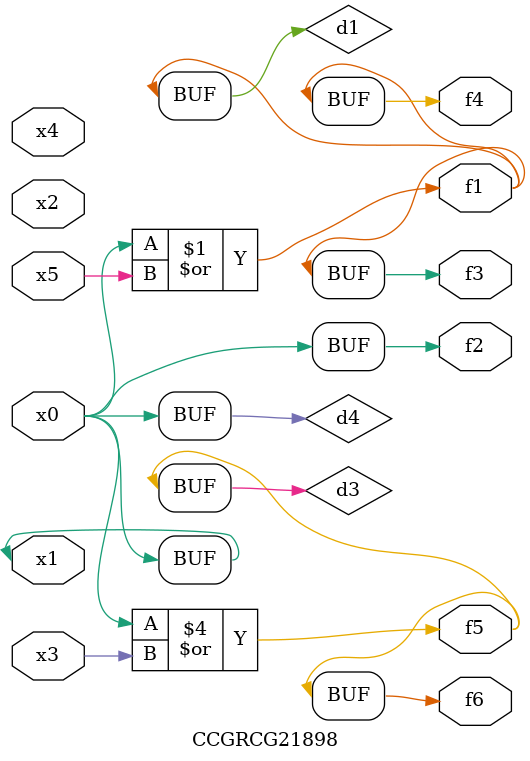
<source format=v>
module CCGRCG21898(
	input x0, x1, x2, x3, x4, x5,
	output f1, f2, f3, f4, f5, f6
);

	wire d1, d2, d3, d4;

	or (d1, x0, x5);
	xnor (d2, x1, x4);
	or (d3, x0, x3);
	buf (d4, x0, x1);
	assign f1 = d1;
	assign f2 = d4;
	assign f3 = d1;
	assign f4 = d1;
	assign f5 = d3;
	assign f6 = d3;
endmodule

</source>
